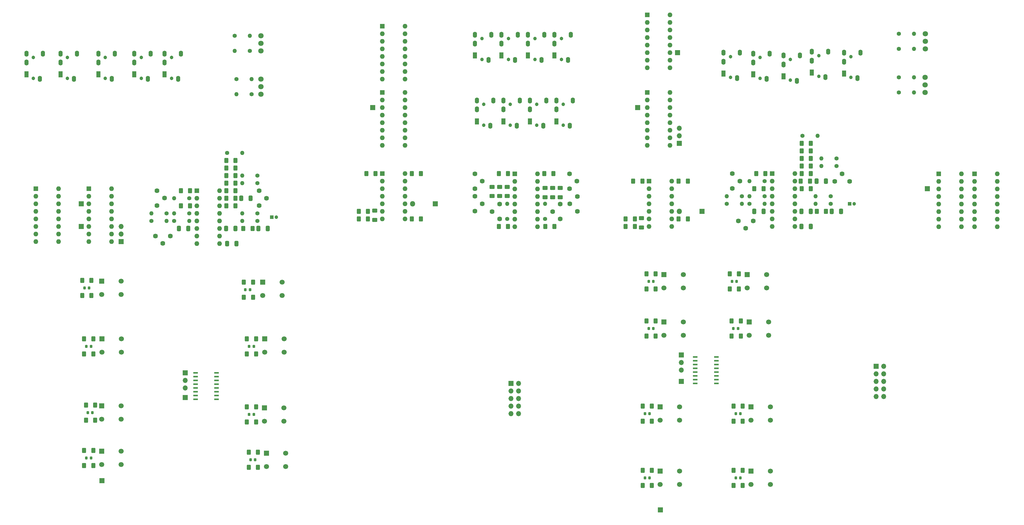
<source format=gbr>
%TF.GenerationSoftware,KiCad,Pcbnew,(6.0.5)*%
%TF.CreationDate,2023-04-26T04:57:18-04:00*%
%TF.ProjectId,as3340,61733333-3430-42e6-9b69-6361645f7063,rev?*%
%TF.SameCoordinates,Original*%
%TF.FileFunction,Soldermask,Top*%
%TF.FilePolarity,Negative*%
%FSLAX46Y46*%
G04 Gerber Fmt 4.6, Leading zero omitted, Abs format (unit mm)*
G04 Created by KiCad (PCBNEW (6.0.5)) date 2023-04-26 04:57:18*
%MOMM*%
%LPD*%
G01*
G04 APERTURE LIST*
G04 Aperture macros list*
%AMRoundRect*
0 Rectangle with rounded corners*
0 $1 Rounding radius*
0 $2 $3 $4 $5 $6 $7 $8 $9 X,Y pos of 4 corners*
0 Add a 4 corners polygon primitive as box body*
4,1,4,$2,$3,$4,$5,$6,$7,$8,$9,$2,$3,0*
0 Add four circle primitives for the rounded corners*
1,1,$1+$1,$2,$3*
1,1,$1+$1,$4,$5*
1,1,$1+$1,$6,$7*
1,1,$1+$1,$8,$9*
0 Add four rect primitives between the rounded corners*
20,1,$1+$1,$2,$3,$4,$5,0*
20,1,$1+$1,$4,$5,$6,$7,0*
20,1,$1+$1,$6,$7,$8,$9,0*
20,1,$1+$1,$8,$9,$2,$3,0*%
G04 Aperture macros list end*
%ADD10C,1.400000*%
%ADD11O,1.400000X1.400000*%
%ADD12RoundRect,0.250000X-0.400000X-0.625000X0.400000X-0.625000X0.400000X0.625000X-0.400000X0.625000X0*%
%ADD13R,1.700000X1.700000*%
%ADD14RoundRect,0.250000X0.400000X0.625000X-0.400000X0.625000X-0.400000X-0.625000X0.400000X-0.625000X0*%
%ADD15R,1.800000X1.800000*%
%ADD16O,1.800000X1.800000*%
%ADD17C,1.200000*%
%ADD18O,1.400000X2.000000*%
%ADD19R,1.400000X2.000000*%
%ADD20RoundRect,0.250000X-0.412500X-0.650000X0.412500X-0.650000X0.412500X0.650000X-0.412500X0.650000X0*%
%ADD21RoundRect,0.218750X0.218750X0.256250X-0.218750X0.256250X-0.218750X-0.256250X0.218750X-0.256250X0*%
%ADD22C,1.620000*%
%ADD23C,1.700000*%
%ADD24R,1.200000X1.200000*%
%ADD25C,1.800000*%
%ADD26R,1.600000X1.600000*%
%ADD27O,1.600000X1.600000*%
%ADD28RoundRect,0.250000X-0.625000X0.400000X-0.625000X-0.400000X0.625000X-0.400000X0.625000X0.400000X0*%
%ADD29R,1.500000X0.600000*%
%ADD30RoundRect,0.250000X0.412500X0.650000X-0.412500X0.650000X-0.412500X-0.650000X0.412500X-0.650000X0*%
%ADD31O,1.700000X1.700000*%
%ADD32RoundRect,0.250000X0.625000X-0.400000X0.625000X0.400000X-0.625000X0.400000X-0.625000X-0.400000X0*%
G04 APERTURE END LIST*
D10*
%TO.C,R106*%
X91440000Y-93980000D03*
D11*
X96520000Y-93980000D03*
%TD*%
D10*
%TO.C,R105*%
X284480000Y-88265000D03*
D11*
X289560000Y-88265000D03*
%TD*%
D12*
%TO.C,R62*%
X135610000Y-113665000D03*
X138710000Y-113665000D03*
%TD*%
D13*
%TO.C,J30*%
X77395000Y-176185000D03*
%TD*%
D14*
%TO.C,R74*%
X46560000Y-156500000D03*
X43460000Y-156500000D03*
%TD*%
D15*
%TO.C,D1*%
X250835000Y-113660000D03*
D16*
X243215000Y-113660000D03*
%TD*%
D17*
%TO.C,J3*%
X270277500Y-68915000D03*
D18*
X273477500Y-60615000D03*
D17*
X270277500Y-61915000D03*
D18*
X267977500Y-63615000D03*
X267977500Y-60615000D03*
X272477500Y-69115000D03*
D19*
X267977500Y-67615000D03*
%TD*%
D14*
%TO.C,R73*%
X45925000Y-136815000D03*
X42825000Y-136815000D03*
%TD*%
D10*
%TO.C,R21*%
X94615000Y-69215000D03*
D11*
X99695000Y-69215000D03*
%TD*%
D14*
%TO.C,R98*%
X263805000Y-150495000D03*
X260705000Y-150495000D03*
%TD*%
D20*
%TO.C,C6*%
X289267500Y-103505000D03*
X292392500Y-103505000D03*
%TD*%
D21*
%TO.C,D15*%
X262407500Y-137160000D03*
X260832500Y-137160000D03*
%TD*%
D14*
%TO.C,R40*%
X200940000Y-100965000D03*
X197840000Y-100965000D03*
%TD*%
D12*
%TO.C,R5*%
X284200000Y-93345000D03*
X287300000Y-93345000D03*
%TD*%
D21*
%TO.C,D12*%
X234467500Y-153035000D03*
X232892500Y-153035000D03*
%TD*%
D22*
%TO.C,SineLevelTrim1*%
X206320000Y-101005000D03*
X208820000Y-103505000D03*
X206320000Y-106005000D03*
%TD*%
D13*
%TO.C,J31*%
X242570000Y-60325000D03*
%TD*%
%TO.C,SW3*%
X49380000Y-179015000D03*
D23*
X55880000Y-179015000D03*
X55880000Y-183515000D03*
X49380000Y-183515000D03*
%TD*%
D24*
%TO.C,C7*%
X106450000Y-115570000D03*
D17*
X107950000Y-115570000D03*
%TD*%
D10*
%TO.C,R47*%
X73660000Y-116840000D03*
D11*
X78740000Y-116840000D03*
%TD*%
D13*
%TO.C,J24*%
X140335000Y-78740000D03*
%TD*%
D17*
%TO.C,J12*%
X37867500Y-68915000D03*
X37867500Y-61915000D03*
D18*
X41067500Y-60615000D03*
X35567500Y-63615000D03*
X35567500Y-60615000D03*
X40067500Y-69115000D03*
D19*
X35567500Y-67615000D03*
%TD*%
D22*
%TO.C,RV10*%
X67945000Y-106680000D03*
X70445000Y-109180000D03*
X67945000Y-111680000D03*
%TD*%
D23*
%TO.C,SW6*%
X110565000Y-156500000D03*
D13*
X104065000Y-156500000D03*
D23*
X110565000Y-161000000D03*
X104065000Y-161000000D03*
%TD*%
D12*
%TO.C,R101*%
X260070000Y-139700000D03*
X263170000Y-139700000D03*
%TD*%
D14*
%TO.C,R97*%
X263170000Y-134620000D03*
X260070000Y-134620000D03*
%TD*%
D22*
%TO.C,SineShapeTrim1*%
X203200000Y-116205000D03*
X200700000Y-113705000D03*
X203200000Y-111205000D03*
%TD*%
D12*
%TO.C,R6*%
X284200000Y-95885000D03*
X287300000Y-95885000D03*
%TD*%
D25*
%TO.C,RV3*%
X325755000Y-59055000D03*
X325755000Y-56515000D03*
X325755000Y-53975000D03*
%TD*%
D12*
%TO.C,R48*%
X91160000Y-111760000D03*
X94260000Y-111760000D03*
%TD*%
D25*
%TO.C,RV5*%
X102780000Y-74280000D03*
X102780000Y-71740000D03*
X102780000Y-69200000D03*
%TD*%
D26*
%TO.C,U12*%
X143510000Y-51435000D03*
D27*
X143510000Y-53975000D03*
X143510000Y-56515000D03*
X143510000Y-59055000D03*
X143510000Y-61595000D03*
X143510000Y-64135000D03*
X143510000Y-66675000D03*
X143510000Y-69215000D03*
X151130000Y-69215000D03*
X151130000Y-66675000D03*
X151130000Y-64135000D03*
X151130000Y-61595000D03*
X151130000Y-59055000D03*
X151130000Y-56515000D03*
X151130000Y-53975000D03*
X151130000Y-51435000D03*
%TD*%
D21*
%TO.C,D11*%
X234467500Y-137160000D03*
X232892500Y-137160000D03*
%TD*%
D14*
%TO.C,R35*%
X94260000Y-106680000D03*
X91160000Y-106680000D03*
%TD*%
D13*
%TO.C,J26*%
X236855000Y-213995000D03*
%TD*%
D12*
%TO.C,R94*%
X232130000Y-155575000D03*
X235230000Y-155575000D03*
%TD*%
D22*
%TO.C,SineBiasTrim1*%
X208970000Y-113625000D03*
X206470000Y-111125000D03*
X208970000Y-108625000D03*
%TD*%
D28*
%TO.C,R64*%
X140970000Y-113385000D03*
X140970000Y-116485000D03*
%TD*%
D10*
%TO.C,R14*%
X316865000Y-53975000D03*
D11*
X321945000Y-53975000D03*
%TD*%
D10*
%TO.C,R19*%
X295910000Y-98425000D03*
D11*
X290830000Y-98425000D03*
%TD*%
D12*
%TO.C,R43*%
X182600000Y-100965000D03*
X185700000Y-100965000D03*
%TD*%
D20*
%TO.C,C3*%
X268322500Y-113665000D03*
X271447500Y-113665000D03*
%TD*%
%TO.C,C10*%
X75272500Y-119380000D03*
X78397500Y-119380000D03*
%TD*%
D26*
%TO.C,U3*%
X233055000Y-103500000D03*
D27*
X233055000Y-106040000D03*
X233055000Y-108580000D03*
X233055000Y-111120000D03*
X233055000Y-113660000D03*
X233055000Y-116200000D03*
X233055000Y-118740000D03*
X240675000Y-118740000D03*
X240675000Y-116200000D03*
X240675000Y-113660000D03*
X240675000Y-111120000D03*
X240675000Y-108580000D03*
X240675000Y-106040000D03*
X240675000Y-103500000D03*
%TD*%
D13*
%TO.C,J23*%
X229235000Y-78740000D03*
%TD*%
D10*
%TO.C,R42*%
X266710000Y-111125000D03*
D11*
X271790000Y-111125000D03*
%TD*%
D28*
%TO.C,R55*%
X203200000Y-105765000D03*
X203200000Y-108865000D03*
%TD*%
D10*
%TO.C,R16*%
X316865000Y-59055000D03*
D11*
X321945000Y-59055000D03*
%TD*%
D12*
%TO.C,R61*%
X225155000Y-116200000D03*
X228255000Y-116200000D03*
%TD*%
%TO.C,R72*%
X138150000Y-100965000D03*
X141250000Y-100965000D03*
%TD*%
D14*
%TO.C,R52*%
X79020000Y-111760000D03*
X75920000Y-111760000D03*
%TD*%
%TO.C,R75*%
X47195000Y-178725000D03*
X44095000Y-178725000D03*
%TD*%
D12*
%TO.C,R87*%
X98070000Y-184440000D03*
X101170000Y-184440000D03*
%TD*%
D23*
%TO.C,SW10*%
X244550000Y-150785000D03*
D13*
X238050000Y-150785000D03*
D23*
X244550000Y-155285000D03*
X238050000Y-155285000D03*
%TD*%
D10*
%TO.C,R13*%
X271780000Y-108585000D03*
D11*
X266700000Y-108585000D03*
%TD*%
D10*
%TO.C,R29*%
X99060000Y-59690000D03*
D11*
X93980000Y-59690000D03*
%TD*%
D13*
%TO.C,J6*%
X42545000Y-111125000D03*
%TD*%
D18*
%TO.C,J13*%
X29637500Y-60615000D03*
D17*
X26437500Y-68915000D03*
X26437500Y-61915000D03*
D18*
X24137500Y-63615000D03*
X24137500Y-60615000D03*
X28637500Y-69115000D03*
D19*
X24137500Y-67615000D03*
%TD*%
D14*
%TO.C,R92*%
X233960000Y-200660000D03*
X230860000Y-200660000D03*
%TD*%
D12*
%TO.C,R9*%
X284200000Y-98425000D03*
X287300000Y-98425000D03*
%TD*%
D23*
%TO.C,SW13*%
X272490000Y-134910000D03*
D13*
X265990000Y-134910000D03*
D23*
X272490000Y-139410000D03*
X265990000Y-139410000D03*
%TD*%
%TO.C,SW14*%
X273125000Y-150785000D03*
D13*
X266625000Y-150785000D03*
D23*
X273125000Y-155285000D03*
X266625000Y-155285000D03*
%TD*%
D22*
%TO.C,RV7*%
X72390000Y-121920000D03*
X69890000Y-124420000D03*
X67390000Y-121920000D03*
%TD*%
D12*
%TO.C,R93*%
X232130000Y-139700000D03*
X235230000Y-139700000D03*
%TD*%
D29*
%TO.C,U15*%
X248545000Y-162560000D03*
X248545000Y-163830000D03*
X248545000Y-165100000D03*
X248545000Y-166370000D03*
X248545000Y-167640000D03*
X248545000Y-168910000D03*
X248545000Y-170180000D03*
X248545000Y-171450000D03*
X255645000Y-171450000D03*
X255645000Y-170180000D03*
X255645000Y-168910000D03*
X255645000Y-167640000D03*
X255645000Y-166370000D03*
X255645000Y-165100000D03*
X255645000Y-163830000D03*
X255645000Y-162560000D03*
%TD*%
D25*
%TO.C,RV4*%
X325665000Y-73645000D03*
X325665000Y-71105000D03*
X325665000Y-68565000D03*
%TD*%
D26*
%TO.C,U8*%
X45085000Y-106045000D03*
D27*
X45085000Y-108585000D03*
X45085000Y-111125000D03*
X45085000Y-113665000D03*
X45085000Y-116205000D03*
X45085000Y-118745000D03*
X45085000Y-121285000D03*
X45085000Y-123825000D03*
X52705000Y-123825000D03*
X52705000Y-121285000D03*
X52705000Y-118745000D03*
X52705000Y-116205000D03*
X52705000Y-113665000D03*
X52705000Y-111125000D03*
X52705000Y-108585000D03*
X52705000Y-106045000D03*
%TD*%
D17*
%TO.C,J4*%
X289962500Y-61280000D03*
D18*
X293162500Y-59980000D03*
D17*
X289962500Y-68280000D03*
D18*
X287662500Y-62980000D03*
X287662500Y-59980000D03*
X292162500Y-68480000D03*
D19*
X287662500Y-66980000D03*
%TD*%
D14*
%TO.C,R99*%
X264440000Y-179070000D03*
X261340000Y-179070000D03*
%TD*%
D12*
%TO.C,R103*%
X261340000Y-184150000D03*
X264440000Y-184150000D03*
%TD*%
%TO.C,R86*%
X98070000Y-161580000D03*
X101170000Y-161580000D03*
%TD*%
D26*
%TO.C,U13*%
X232410000Y-47625000D03*
D27*
X232410000Y-50165000D03*
X232410000Y-52705000D03*
X232410000Y-55245000D03*
X232410000Y-57785000D03*
X232410000Y-60325000D03*
X232410000Y-62865000D03*
X232410000Y-65405000D03*
X240030000Y-65405000D03*
X240030000Y-62865000D03*
X240030000Y-60325000D03*
X240030000Y-57785000D03*
X240030000Y-55245000D03*
X240030000Y-52705000D03*
X240030000Y-50165000D03*
X240030000Y-47625000D03*
%TD*%
D10*
%TO.C,R2*%
X294005000Y-108585000D03*
D11*
X288925000Y-108585000D03*
%TD*%
D22*
%TO.C,RV2*%
X267970000Y-116840000D03*
X265470000Y-119340000D03*
X262970000Y-116840000D03*
%TD*%
D13*
%TO.C,J2*%
X326390000Y-106045000D03*
%TD*%
D14*
%TO.C,R84*%
X101805000Y-194600000D03*
X98705000Y-194600000D03*
%TD*%
D30*
%TO.C,C4*%
X287322500Y-118745000D03*
X284197500Y-118745000D03*
%TD*%
D25*
%TO.C,RV6*%
X102780000Y-59675000D03*
X102780000Y-57135000D03*
X102780000Y-54595000D03*
%TD*%
D17*
%TO.C,J14*%
X50567500Y-61915000D03*
D18*
X53767500Y-60615000D03*
D17*
X50567500Y-68915000D03*
D18*
X48267500Y-63615000D03*
X48267500Y-60615000D03*
X52767500Y-69115000D03*
D19*
X48267500Y-67615000D03*
%TD*%
D21*
%TO.C,D17*%
X263677500Y-181610000D03*
X262102500Y-181610000D03*
%TD*%
D10*
%TO.C,R1*%
X294005000Y-111125000D03*
D11*
X288925000Y-111125000D03*
%TD*%
D12*
%TO.C,R80*%
X43460000Y-199045000D03*
X46560000Y-199045000D03*
%TD*%
%TO.C,R33*%
X91160000Y-99060000D03*
X94260000Y-99060000D03*
%TD*%
D10*
%TO.C,R4*%
X271790000Y-103505000D03*
D11*
X266710000Y-103505000D03*
%TD*%
D28*
%TO.C,R63*%
X230515000Y-115920000D03*
X230515000Y-119020000D03*
%TD*%
D21*
%TO.C,D9*%
X100407500Y-181900000D03*
X98832500Y-181900000D03*
%TD*%
D13*
%TO.C,SW11*%
X236780000Y-179360000D03*
D23*
X243280000Y-179360000D03*
X243280000Y-183860000D03*
X236780000Y-183860000D03*
%TD*%
D12*
%TO.C,R95*%
X230860000Y-184150000D03*
X233960000Y-184150000D03*
%TD*%
D30*
%TO.C,C8*%
X105067500Y-119380000D03*
X101942500Y-119380000D03*
%TD*%
D10*
%TO.C,R31*%
X101600000Y-104140000D03*
D11*
X96520000Y-104140000D03*
%TD*%
D12*
%TO.C,R37*%
X91160000Y-104140000D03*
X94260000Y-104140000D03*
%TD*%
D26*
%TO.C,U6*%
X27305000Y-106045000D03*
D27*
X27305000Y-108585000D03*
X27305000Y-111125000D03*
X27305000Y-113665000D03*
X27305000Y-116205000D03*
X27305000Y-118745000D03*
X27305000Y-121285000D03*
X27305000Y-123825000D03*
X34925000Y-123825000D03*
X34925000Y-121285000D03*
X34925000Y-118745000D03*
X34925000Y-116205000D03*
X34925000Y-113665000D03*
X34925000Y-111125000D03*
X34925000Y-108585000D03*
X34925000Y-106045000D03*
%TD*%
D21*
%TO.C,D10*%
X100890000Y-197140000D03*
X99315000Y-197140000D03*
%TD*%
D13*
%TO.C,J29*%
X77395000Y-167945000D03*
D31*
X77395000Y-170485000D03*
X77395000Y-173025000D03*
%TD*%
D10*
%TO.C,R49*%
X259080000Y-111125000D03*
D11*
X264160000Y-111125000D03*
%TD*%
D17*
%TO.C,J10*%
X195340000Y-84675000D03*
D18*
X198540000Y-76375000D03*
D17*
X195340000Y-77675000D03*
D18*
X193040000Y-79375000D03*
X193040000Y-76375000D03*
X197540000Y-84875000D03*
D19*
X193040000Y-83375000D03*
%TD*%
D12*
%TO.C,R45*%
X75920000Y-106680000D03*
X79020000Y-106680000D03*
%TD*%
%TO.C,R70*%
X153390000Y-100965000D03*
X156490000Y-100965000D03*
%TD*%
D32*
%TO.C,R51*%
X198120000Y-108865000D03*
X198120000Y-105765000D03*
%TD*%
D17*
%TO.C,J20*%
X194712500Y-55565000D03*
X194712500Y-62565000D03*
D18*
X197912500Y-54265000D03*
X192412500Y-57265000D03*
X192412500Y-54265000D03*
X196912500Y-62765000D03*
D19*
X192412500Y-61265000D03*
%TD*%
D14*
%TO.C,R67*%
X228255000Y-118740000D03*
X225155000Y-118740000D03*
%TD*%
D26*
%TO.C,U7*%
X330210000Y-100980000D03*
D27*
X330210000Y-103520000D03*
X330210000Y-106060000D03*
X330210000Y-108600000D03*
X330210000Y-111140000D03*
X330210000Y-113680000D03*
X330210000Y-116220000D03*
X330210000Y-118760000D03*
X337830000Y-118760000D03*
X337830000Y-116220000D03*
X337830000Y-113680000D03*
X337830000Y-111140000D03*
X337830000Y-108600000D03*
X337830000Y-106060000D03*
X337830000Y-103520000D03*
X337830000Y-100980000D03*
%TD*%
D29*
%TO.C,U14*%
X80830000Y-167930000D03*
X80830000Y-169200000D03*
X80830000Y-170470000D03*
X80830000Y-171740000D03*
X80830000Y-173010000D03*
X80830000Y-174280000D03*
X80830000Y-175550000D03*
X80830000Y-176820000D03*
X87930000Y-176820000D03*
X87930000Y-175550000D03*
X87930000Y-174280000D03*
X87930000Y-173010000D03*
X87930000Y-171740000D03*
X87930000Y-170470000D03*
X87930000Y-169200000D03*
X87930000Y-167930000D03*
%TD*%
D23*
%TO.C,SW1*%
X55880000Y-137105000D03*
D13*
X49380000Y-137105000D03*
D23*
X49380000Y-141605000D03*
X55880000Y-141605000D03*
%TD*%
D26*
%TO.C,U1*%
X274330000Y-100965000D03*
D27*
X274330000Y-103505000D03*
X274330000Y-106045000D03*
X274330000Y-108585000D03*
X274330000Y-111125000D03*
X274330000Y-113665000D03*
X274330000Y-116205000D03*
X274330000Y-118745000D03*
X281950000Y-118745000D03*
X281950000Y-116205000D03*
X281950000Y-113665000D03*
X281950000Y-111125000D03*
X281950000Y-108585000D03*
X281950000Y-106045000D03*
X281950000Y-103505000D03*
X281950000Y-100965000D03*
%TD*%
D26*
%TO.C,U10*%
X232420000Y-73675000D03*
D27*
X232420000Y-76215000D03*
X232420000Y-78755000D03*
X232420000Y-81295000D03*
X232420000Y-83835000D03*
X232420000Y-86375000D03*
X232420000Y-88915000D03*
X232420000Y-91455000D03*
X240040000Y-91455000D03*
X240040000Y-88915000D03*
X240040000Y-86375000D03*
X240040000Y-83835000D03*
X240040000Y-81295000D03*
X240040000Y-78755000D03*
X240040000Y-76215000D03*
X240040000Y-73675000D03*
%TD*%
D24*
%TO.C,C1*%
X300355000Y-111125000D03*
D17*
X301855000Y-111125000D03*
%TD*%
%TO.C,J15*%
X72792500Y-68915000D03*
D18*
X75992500Y-60615000D03*
D17*
X72792500Y-61915000D03*
D18*
X70492500Y-63615000D03*
X70492500Y-60615000D03*
X74992500Y-69115000D03*
D19*
X70492500Y-67615000D03*
%TD*%
D13*
%TO.C,J27*%
X55880000Y-123810000D03*
D31*
X55880000Y-121270000D03*
X55880000Y-118730000D03*
%TD*%
D21*
%TO.C,D4*%
X45797500Y-159015000D03*
X44222500Y-159015000D03*
%TD*%
D14*
%TO.C,R10*%
X287030000Y-103505000D03*
X283930000Y-103505000D03*
%TD*%
%TO.C,R83*%
X101170000Y-179360000D03*
X98070000Y-179360000D03*
%TD*%
D12*
%TO.C,R11*%
X284200000Y-106045000D03*
X287300000Y-106045000D03*
%TD*%
D14*
%TO.C,R34*%
X94260000Y-109220000D03*
X91160000Y-109220000D03*
%TD*%
D22*
%TO.C,RV1*%
X260985000Y-100965000D03*
X263485000Y-103465000D03*
X260985000Y-105965000D03*
%TD*%
D21*
%TO.C,D14*%
X233197500Y-203200000D03*
X231622500Y-203200000D03*
%TD*%
D17*
%TO.C,J7*%
X260325000Y-61625000D03*
D18*
X263525000Y-60325000D03*
D17*
X260325000Y-68625000D03*
D18*
X258025000Y-63325000D03*
X258025000Y-60325000D03*
X262525000Y-68825000D03*
D19*
X258025000Y-67325000D03*
%TD*%
D22*
%TO.C,SineLevelTrim2*%
X174570000Y-101005000D03*
X177070000Y-103505000D03*
X174570000Y-106005000D03*
%TD*%
D18*
%TO.C,J1*%
X303950000Y-60310000D03*
D17*
X300750000Y-68610000D03*
X300750000Y-61610000D03*
D18*
X298450000Y-63310000D03*
X298450000Y-60310000D03*
X302950000Y-68810000D03*
D19*
X298450000Y-67310000D03*
%TD*%
D13*
%TO.C,J32*%
X243205000Y-90790000D03*
D31*
X243205000Y-88250000D03*
X243205000Y-85710000D03*
%TD*%
D13*
%TO.C,SW8*%
X104625000Y-194890000D03*
D23*
X111125000Y-194890000D03*
X111125000Y-199390000D03*
X104625000Y-199390000D03*
%TD*%
D13*
%TO.C,J22*%
X186690000Y-171450000D03*
D31*
X189230000Y-171450000D03*
X186690000Y-173990000D03*
X189230000Y-173990000D03*
X186690000Y-176530000D03*
X189230000Y-176530000D03*
X186690000Y-179070000D03*
X189230000Y-179070000D03*
X186690000Y-181610000D03*
X189230000Y-181610000D03*
%TD*%
D23*
%TO.C,SW12*%
X243280000Y-200950000D03*
D13*
X236780000Y-200950000D03*
D23*
X236780000Y-205450000D03*
X243280000Y-205450000D03*
%TD*%
D10*
%TO.C,R60*%
X71120000Y-114300000D03*
D11*
X66040000Y-114300000D03*
%TD*%
D13*
%TO.C,SW7*%
X103990000Y-179650000D03*
D23*
X110490000Y-179650000D03*
X103990000Y-184150000D03*
X110490000Y-184150000D03*
%TD*%
D10*
%TO.C,R25*%
X99695000Y-74295000D03*
D11*
X94615000Y-74295000D03*
%TD*%
D10*
%TO.C,R46*%
X78740000Y-109220000D03*
D11*
X73660000Y-109220000D03*
%TD*%
D21*
%TO.C,D8*%
X98832500Y-159040000D03*
X100407500Y-159040000D03*
%TD*%
D14*
%TO.C,R76*%
X46560000Y-193965000D03*
X43460000Y-193965000D03*
%TD*%
D26*
%TO.C,U2*%
X81290000Y-106695000D03*
D27*
X81290000Y-109235000D03*
X81290000Y-111775000D03*
X81290000Y-114315000D03*
X81290000Y-116855000D03*
X81290000Y-119395000D03*
X81290000Y-121935000D03*
X81290000Y-124475000D03*
X88910000Y-124475000D03*
X88910000Y-121935000D03*
X88910000Y-119395000D03*
X88910000Y-116855000D03*
X88910000Y-114315000D03*
X88910000Y-111775000D03*
X88910000Y-109235000D03*
X88910000Y-106695000D03*
%TD*%
D14*
%TO.C,R7*%
X94260000Y-96520000D03*
X91160000Y-96520000D03*
%TD*%
D17*
%TO.C,J9*%
X186450000Y-84675000D03*
D18*
X189650000Y-76375000D03*
D17*
X186450000Y-77675000D03*
D18*
X184150000Y-79375000D03*
X184150000Y-76375000D03*
X188650000Y-84875000D03*
D19*
X184150000Y-83375000D03*
%TD*%
D28*
%TO.C,R57*%
X180340000Y-105410000D03*
X180340000Y-108510000D03*
%TD*%
D10*
%TO.C,R30*%
X101600000Y-101600000D03*
D11*
X96520000Y-101600000D03*
%TD*%
D17*
%TO.C,J17*%
X204230000Y-84675000D03*
D18*
X207430000Y-76375000D03*
D17*
X204230000Y-77675000D03*
D18*
X201930000Y-79375000D03*
X201930000Y-76375000D03*
X206430000Y-84875000D03*
D19*
X201930000Y-83375000D03*
%TD*%
D12*
%TO.C,R77*%
X42825000Y-141895000D03*
X45925000Y-141895000D03*
%TD*%
%TO.C,R88*%
X98705000Y-199680000D03*
X101805000Y-199680000D03*
%TD*%
D14*
%TO.C,R20*%
X287300000Y-90805000D03*
X284200000Y-90805000D03*
%TD*%
D12*
%TO.C,R102*%
X260705000Y-155575000D03*
X263805000Y-155575000D03*
%TD*%
D28*
%TO.C,R56*%
X182880000Y-105410000D03*
X182880000Y-108510000D03*
%TD*%
D14*
%TO.C,R38*%
X201295000Y-118745000D03*
X198195000Y-118745000D03*
%TD*%
D10*
%TO.C,R26*%
X101600000Y-114300000D03*
D11*
X96520000Y-114300000D03*
%TD*%
D22*
%TO.C,RV8*%
X295315000Y-103560000D03*
X297815000Y-101060000D03*
X300315000Y-103560000D03*
%TD*%
D26*
%TO.C,U11*%
X143510000Y-73660000D03*
D27*
X143510000Y-76200000D03*
X143510000Y-78740000D03*
X143510000Y-81280000D03*
X143510000Y-83820000D03*
X143510000Y-86360000D03*
X143510000Y-88900000D03*
X143510000Y-91440000D03*
X151130000Y-91440000D03*
X151130000Y-88900000D03*
X151130000Y-86360000D03*
X151130000Y-83820000D03*
X151130000Y-81280000D03*
X151130000Y-78740000D03*
X151130000Y-76200000D03*
X151130000Y-73660000D03*
%TD*%
D17*
%TO.C,J16*%
X62632500Y-61915000D03*
X62632500Y-68915000D03*
D18*
X65832500Y-60615000D03*
X60332500Y-63615000D03*
X60332500Y-60615000D03*
X64832500Y-69115000D03*
D19*
X60332500Y-67615000D03*
%TD*%
D17*
%TO.C,J19*%
X185822500Y-55565000D03*
D18*
X189022500Y-54265000D03*
D17*
X185822500Y-62565000D03*
D18*
X183522500Y-57265000D03*
X183522500Y-54265000D03*
X188022500Y-62765000D03*
D19*
X183522500Y-61265000D03*
%TD*%
D12*
%TO.C,R36*%
X91160000Y-101600000D03*
X94260000Y-101600000D03*
%TD*%
%TO.C,R69*%
X153390000Y-116205000D03*
X156490000Y-116205000D03*
%TD*%
D21*
%TO.C,D3*%
X45162500Y-139355000D03*
X43587500Y-139355000D03*
%TD*%
%TO.C,D18*%
X263677500Y-203200000D03*
X262102500Y-203200000D03*
%TD*%
D13*
%TO.C,J33*%
X243840000Y-161925000D03*
D31*
X243840000Y-164465000D03*
X243840000Y-167005000D03*
%TD*%
D14*
%TO.C,R32*%
X287300000Y-100965000D03*
X284200000Y-100965000D03*
%TD*%
D13*
%TO.C,SW9*%
X238050000Y-134910000D03*
D23*
X244550000Y-134910000D03*
X238050000Y-139410000D03*
X244550000Y-139410000D03*
%TD*%
D12*
%TO.C,R85*%
X97080000Y-142530000D03*
X100180000Y-142530000D03*
%TD*%
D20*
%TO.C,C11*%
X96227500Y-109220000D03*
X99352500Y-109220000D03*
%TD*%
D23*
%TO.C,SW15*%
X273760000Y-179360000D03*
D13*
X267260000Y-179360000D03*
D23*
X267260000Y-183860000D03*
X273760000Y-183860000D03*
%TD*%
D10*
%TO.C,R44*%
X185420000Y-116205000D03*
D11*
X185420000Y-111125000D03*
%TD*%
D13*
%TO.C,J25*%
X49455000Y-204125000D03*
%TD*%
D12*
%TO.C,R96*%
X230860000Y-205740000D03*
X233960000Y-205740000D03*
%TD*%
D23*
%TO.C,SW5*%
X109930000Y-137450000D03*
D13*
X103430000Y-137450000D03*
D23*
X103430000Y-141950000D03*
X109930000Y-141950000D03*
%TD*%
D10*
%TO.C,R18*%
X295910000Y-95885000D03*
D11*
X290830000Y-95885000D03*
%TD*%
D26*
%TO.C,U5*%
X342275000Y-100980000D03*
D27*
X342275000Y-103520000D03*
X342275000Y-106060000D03*
X342275000Y-108600000D03*
X342275000Y-111140000D03*
X342275000Y-113680000D03*
X342275000Y-116220000D03*
X342275000Y-118760000D03*
X349895000Y-118760000D03*
X349895000Y-116220000D03*
X349895000Y-113680000D03*
X349895000Y-111140000D03*
X349895000Y-108600000D03*
X349895000Y-106060000D03*
X349895000Y-103520000D03*
X349895000Y-100980000D03*
%TD*%
D13*
%TO.C,SW4*%
X49380000Y-194255000D03*
D23*
X55880000Y-194255000D03*
X49380000Y-198755000D03*
X55880000Y-198755000D03*
%TD*%
%TO.C,SW16*%
X273760000Y-200950000D03*
D13*
X267260000Y-200950000D03*
D23*
X267260000Y-205450000D03*
X273760000Y-205450000D03*
%TD*%
%TO.C,SW2*%
X55955000Y-156500000D03*
D13*
X49455000Y-156500000D03*
D23*
X49455000Y-161000000D03*
X55955000Y-161000000D03*
%TD*%
D14*
%TO.C,R91*%
X233960000Y-179070000D03*
X230860000Y-179070000D03*
%TD*%
D10*
%TO.C,R58*%
X78740000Y-114300000D03*
D11*
X73660000Y-114300000D03*
%TD*%
D17*
%TO.C,J8*%
X177560000Y-84675000D03*
X177560000Y-77675000D03*
D18*
X180760000Y-76375000D03*
X175260000Y-79375000D03*
X175260000Y-76375000D03*
X179760000Y-84875000D03*
D19*
X175260000Y-83375000D03*
%TD*%
D15*
%TO.C,D2*%
X161290000Y-111125000D03*
D16*
X153670000Y-111125000D03*
%TD*%
D12*
%TO.C,R8*%
X268970000Y-100965000D03*
X272070000Y-100965000D03*
%TD*%
%TO.C,R104*%
X261340000Y-205740000D03*
X264440000Y-205740000D03*
%TD*%
D10*
%TO.C,R41*%
X198120000Y-116205000D03*
D11*
X198120000Y-111125000D03*
%TD*%
D13*
%TO.C,J28*%
X42545000Y-118745000D03*
%TD*%
D10*
%TO.C,R27*%
X101600000Y-116840000D03*
D11*
X96520000Y-116840000D03*
%TD*%
D14*
%TO.C,R81*%
X100180000Y-137450000D03*
X97080000Y-137450000D03*
%TD*%
D10*
%TO.C,R59*%
X264160000Y-108585000D03*
D11*
X259080000Y-108585000D03*
%TD*%
D14*
%TO.C,R71*%
X138710000Y-116205000D03*
X135610000Y-116205000D03*
%TD*%
D21*
%TO.C,D13*%
X233197500Y-181610000D03*
X231622500Y-181610000D03*
%TD*%
D12*
%TO.C,R78*%
X43460000Y-161580000D03*
X46560000Y-161580000D03*
%TD*%
D14*
%TO.C,R90*%
X235230000Y-150495000D03*
X232130000Y-150495000D03*
%TD*%
D22*
%TO.C,SineShapeTrim2*%
X182880000Y-116205000D03*
X180380000Y-113705000D03*
X182880000Y-111205000D03*
%TD*%
%TO.C,SineBiasTrim2*%
X174570000Y-108585000D03*
X177070000Y-111085000D03*
X174570000Y-113585000D03*
%TD*%
D10*
%TO.C,R17*%
X316865000Y-73660000D03*
D11*
X321945000Y-73660000D03*
%TD*%
D14*
%TO.C,R12*%
X271425000Y-106045000D03*
X268325000Y-106045000D03*
%TD*%
D12*
%TO.C,R3*%
X289280000Y-113665000D03*
X292380000Y-113665000D03*
%TD*%
%TO.C,R66*%
X242935000Y-103500000D03*
X246035000Y-103500000D03*
%TD*%
D18*
%TO.C,J21*%
X206802500Y-54265000D03*
D17*
X203602500Y-55565000D03*
X203602500Y-62565000D03*
D18*
X201302500Y-57265000D03*
X201302500Y-54265000D03*
X205802500Y-62765000D03*
D19*
X201302500Y-61265000D03*
%TD*%
D32*
%TO.C,R53*%
X185420000Y-108510000D03*
X185420000Y-105410000D03*
%TD*%
D14*
%TO.C,R82*%
X101170000Y-156500000D03*
X98070000Y-156500000D03*
%TD*%
D21*
%TO.C,D16*%
X262890000Y-153035000D03*
X261315000Y-153035000D03*
%TD*%
D18*
%TO.C,J18*%
X180132500Y-54265000D03*
D17*
X176932500Y-55565000D03*
X176932500Y-62565000D03*
D18*
X174632500Y-57265000D03*
X174632500Y-54265000D03*
X179132500Y-62765000D03*
D19*
X174632500Y-61265000D03*
%TD*%
D30*
%TO.C,C5*%
X287312500Y-113665000D03*
X284187500Y-113665000D03*
%TD*%
%TO.C,C9*%
X94615000Y-124460000D03*
X91490000Y-124460000D03*
%TD*%
D10*
%TO.C,R24*%
X93980000Y-54610000D03*
D11*
X99060000Y-54610000D03*
%TD*%
D22*
%TO.C,RV9*%
X102180000Y-106720000D03*
X104680000Y-109220000D03*
X102180000Y-111720000D03*
%TD*%
D28*
%TO.C,R54*%
X200660000Y-105765000D03*
X200660000Y-108865000D03*
%TD*%
D10*
%TO.C,R15*%
X316865000Y-68580000D03*
D11*
X321945000Y-68580000D03*
%TD*%
D21*
%TO.C,D7*%
X99137500Y-139990000D03*
X97562500Y-139990000D03*
%TD*%
D12*
%TO.C,R28*%
X96875000Y-119380000D03*
X99975000Y-119380000D03*
%TD*%
D30*
%TO.C,C2*%
X297472500Y-113665000D03*
X294347500Y-113665000D03*
%TD*%
D26*
%TO.C,U4*%
X143520000Y-100960000D03*
D27*
X143520000Y-103500000D03*
X143520000Y-106040000D03*
X143520000Y-108580000D03*
X143520000Y-111120000D03*
X143520000Y-113660000D03*
X143520000Y-116200000D03*
X151140000Y-116200000D03*
X151140000Y-113660000D03*
X151140000Y-111120000D03*
X151140000Y-108580000D03*
X151140000Y-106040000D03*
X151140000Y-103500000D03*
X151140000Y-100960000D03*
%TD*%
D13*
%TO.C,J11*%
X309245000Y-165735000D03*
D31*
X311785000Y-165735000D03*
X309245000Y-168275000D03*
X311785000Y-168275000D03*
X309245000Y-170815000D03*
X311785000Y-170815000D03*
X309245000Y-173355000D03*
X311785000Y-173355000D03*
X309245000Y-175895000D03*
X311785000Y-175895000D03*
%TD*%
D21*
%TO.C,D5*%
X46280000Y-181265000D03*
X44705000Y-181265000D03*
%TD*%
D26*
%TO.C,U0*%
X187970000Y-100980000D03*
D27*
X187970000Y-103520000D03*
X187970000Y-106060000D03*
X187970000Y-108600000D03*
X187970000Y-111140000D03*
X187970000Y-113680000D03*
X187970000Y-116220000D03*
X187970000Y-118760000D03*
X195590000Y-118760000D03*
X195590000Y-116220000D03*
X195590000Y-113680000D03*
X195590000Y-111140000D03*
X195590000Y-108600000D03*
X195590000Y-106060000D03*
X195590000Y-103520000D03*
X195590000Y-100980000D03*
%TD*%
D14*
%TO.C,R100*%
X264440000Y-200660000D03*
X261340000Y-200660000D03*
%TD*%
D10*
%TO.C,R50*%
X66040000Y-116840000D03*
D11*
X71120000Y-116840000D03*
%TD*%
D14*
%TO.C,R89*%
X235230000Y-134620000D03*
X232130000Y-134620000D03*
%TD*%
D21*
%TO.C,D6*%
X45797500Y-196505000D03*
X44222500Y-196505000D03*
%TD*%
D12*
%TO.C,R79*%
X44095000Y-183805000D03*
X47195000Y-183805000D03*
%TD*%
D30*
%TO.C,C12*%
X94272500Y-119380000D03*
X91147500Y-119380000D03*
%TD*%
D12*
%TO.C,R68*%
X227695000Y-103500000D03*
X230795000Y-103500000D03*
%TD*%
D13*
%TO.C,J34*%
X243840000Y-170815000D03*
%TD*%
D17*
%TO.C,J5*%
X280437500Y-62550000D03*
X280437500Y-69550000D03*
D18*
X283637500Y-61250000D03*
X278137500Y-64250000D03*
X278137500Y-61250000D03*
X282637500Y-69750000D03*
D19*
X278137500Y-68250000D03*
%TD*%
D12*
%TO.C,R65*%
X242935000Y-116200000D03*
X246035000Y-116200000D03*
%TD*%
%TO.C,R39*%
X182600000Y-118745000D03*
X185700000Y-118745000D03*
%TD*%
M02*

</source>
